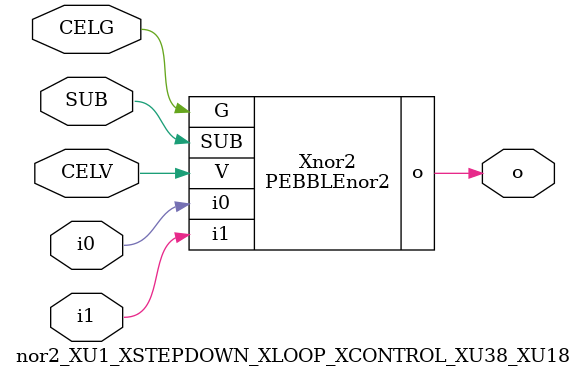
<source format=v>



module PEBBLEnor2 ( o, G, SUB, V, i0, i1 );

  input i0;
  input V;
  input i1;
  input G;
  output o;
  input SUB;
endmodule

//Celera Confidential Do Not Copy nor2_XU1_XSTEPDOWN_XLOOP_XCONTROL_XU38_XU18
//Celera Confidential Symbol Generator
//nor2
module nor2_XU1_XSTEPDOWN_XLOOP_XCONTROL_XU38_XU18 (CELV,CELG,i0,i1,o,SUB);
input CELV;
input CELG;
input i0;
input i1;
input SUB;
output o;

//Celera Confidential Do Not Copy nor2
PEBBLEnor2 Xnor2(
.V (CELV),
.i0 (i0),
.i1 (i1),
.o (o),
.SUB (SUB),
.G (CELG)
);
//,diesize,PEBBLEnor2

//Celera Confidential Do Not Copy Module End
//Celera Schematic Generator
endmodule

</source>
